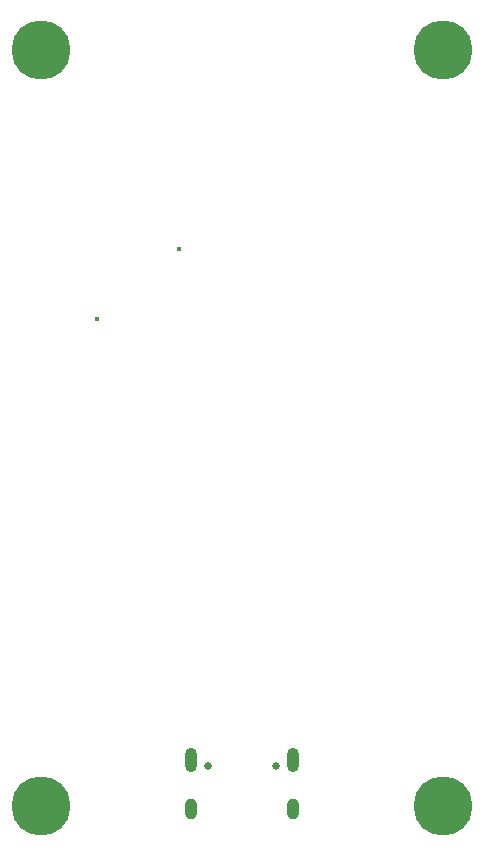
<source format=gbr>
%TF.GenerationSoftware,KiCad,Pcbnew,9.0.3*%
%TF.CreationDate,2025-07-18T22:25:22-07:00*%
%TF.ProjectId,kikard,6b696b61-7264-42e6-9b69-6361645f7063,rev?*%
%TF.SameCoordinates,Original*%
%TF.FileFunction,Soldermask,Bot*%
%TF.FilePolarity,Negative*%
%FSLAX46Y46*%
G04 Gerber Fmt 4.6, Leading zero omitted, Abs format (unit mm)*
G04 Created by KiCad (PCBNEW 9.0.3) date 2025-07-18 22:25:22*
%MOMM*%
%LPD*%
G01*
G04 APERTURE LIST*
%ADD10C,5.000000*%
%ADD11C,0.400000*%
%ADD12C,0.650000*%
%ADD13O,1.000000X2.100000*%
%ADD14O,1.000000X1.800000*%
G04 APERTURE END LIST*
D10*
%TO.C,REF\u002A\u002A*%
X237000000Y-147000000D03*
%TD*%
D11*
%TO.C,AE2*%
X207700000Y-105800000D03*
X214700000Y-99800000D03*
%TD*%
D10*
%TO.C,REF\u002A\u002A*%
X203000000Y-83000000D03*
%TD*%
D12*
%TO.C,USB1*%
X217110000Y-143615000D03*
X222890000Y-143615000D03*
D13*
X215680000Y-143115000D03*
X224320000Y-143115000D03*
D14*
X215680000Y-147265000D03*
X224320000Y-147265000D03*
%TD*%
D10*
%TO.C,REF\u002A\u002A*%
X237000000Y-83000000D03*
%TD*%
%TO.C,REF\u002A\u002A*%
X203000000Y-147000000D03*
%TD*%
M02*

</source>
